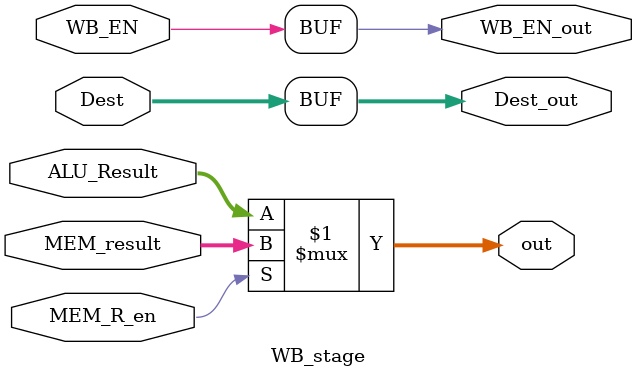
<source format=v>
`timescale 1ns/1ns
module WB_stage(
    input [31:0] ALU_Result, MEM_result,
    input [3:0] Dest,
    input WB_EN, 
    input MEM_R_en,
    output[31:0] out,
    output WB_EN_out,
    output [3:0] Dest_out
);
    assign out = MEM_R_en ? MEM_result : ALU_Result;
    assign WB_EN_out = WB_EN;
    assign Dest_out = Dest;
endmodule
</source>
